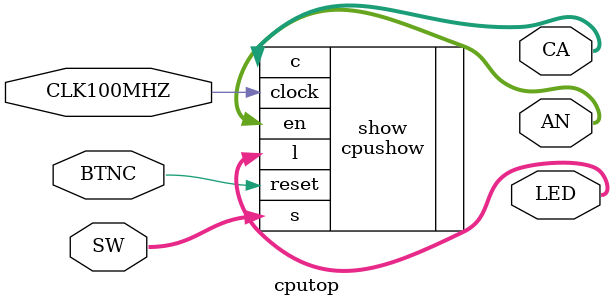
<source format=v>
module cputop(
	input CLK100MHZ,
	input [11:0] SW,
	input BTNC,
	output [7:0] AN,
	output [6:0] CA,
	output [15:0] LED
	);

//cpushow show(.clock(CLK100MHZ), .run_en(SW[0]), .pcshow(SW[1]), .regormem(SW[2]), .showors(SW[3]), .s(SW[11:4]), .reset(BTNC),.en(AN),.c(CA),.l(LED));
cpushow show(.clock(CLK100MHZ), .s(SW), .reset(BTNC),.en(AN),.c(CA),.l(LED));

endmodule
</source>
